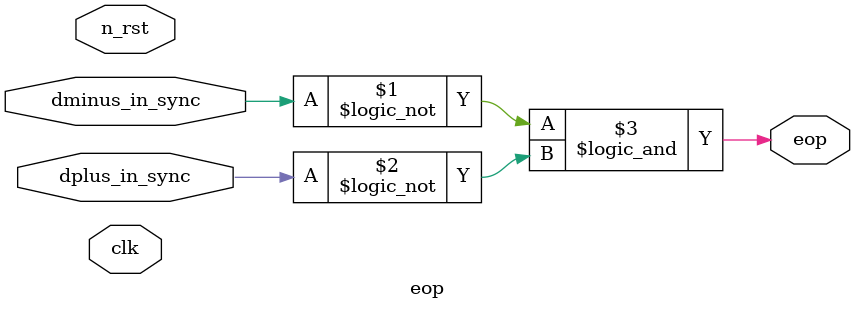
<source format=sv>
module eop(
    input logic clk,
    input logic n_rst,
    input logic dminus_in_sync,
    input logic dplus_in_sync,
    output logic eop
);
assign eop = !dminus_in_sync && !dplus_in_sync;
endmodule
</source>
